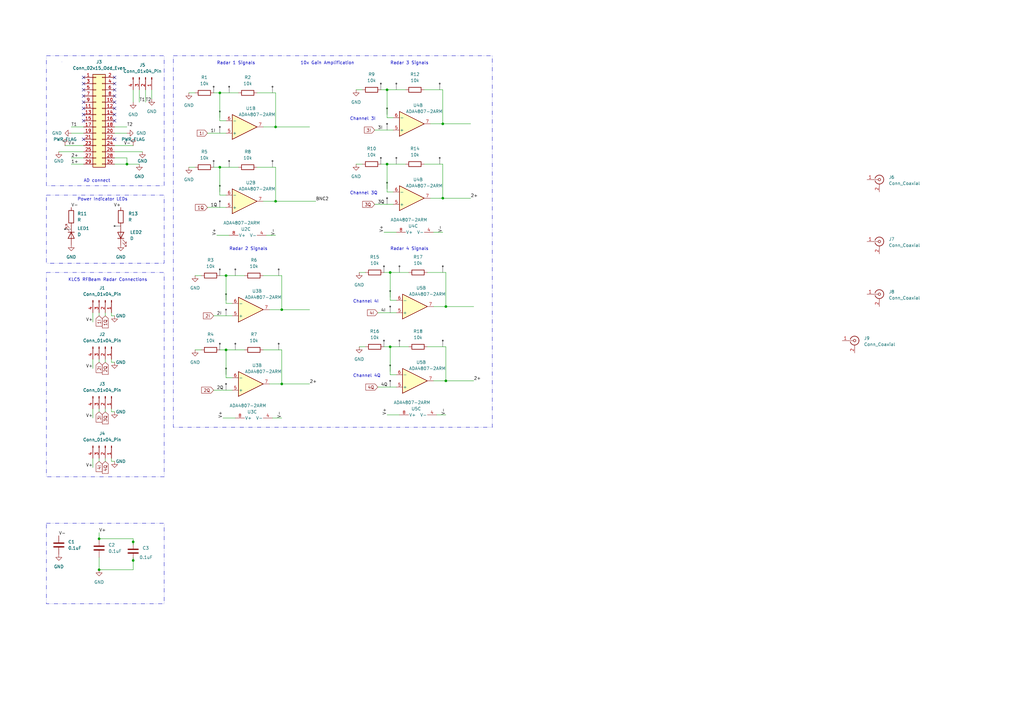
<source format=kicad_sch>
(kicad_sch (version 20230121) (generator eeschema)
  (paper "A3")
  (lib_symbols
    (symbol "Amplifier_Operational:ADA4807-2ARM" (pin_names (offset 0.127))
      (property "Reference" "U" (at 0 5.08 0))
      (property "Value" "ADA4807-2ARM" (at 0 -5.08 0))
      (symbol "ADA4807-2ARM_1_1"
        (polyline (pts (xy -5.08 5.08) (xy 5.08 0) (xy -5.08 -5.08) (xy -5.08 5.08)) (stroke (width 0.254)) (fill (type background)))
        (pin output line (at 7.62 0 180) (length 2.54) (name "~") (number "1"))
        (pin input line (at -7.62 -2.54 0) (length 2.54) (name "-") (number "2"))
        (pin input line (at -7.62 2.54 0) (length 2.54) (name "+") (number "3"))
      )
      (symbol "ADA4807-2ARM_2_1"
        (polyline (pts (xy -5.08 5.08) (xy 5.08 0) (xy -5.08 -5.08) (xy -5.08 5.08)) (stroke (width 0.254)) (fill (type background)))
        (pin input line (at -7.62 2.54 0) (length 2.54) (name "+") (number "5"))
        (pin input line (at -7.62 -2.54 0) (length 2.54) (name "-") (number "6"))
        (pin output line (at 7.62 0 180) (length 2.54) (name "~") (number "7"))
      )
      (symbol "ADA4807-2ARM_3_1"
        (pin power_in line (at -2.54 -7.62 90) (length 3.81) (name "V-") (number "4"))
        (pin power_in line (at -2.54 7.62 270) (length 3.81) (name "V+") (number "8"))
      )
    )
    (symbol "Connector:Conn_01x04_Pin" (pin_names (offset 1.016) hide)
      (property "Reference" "J" (at 0 5.08 0))
      (property "Value" "Conn_01x04_Pin" (at 0 -7.62 0))
      (symbol "Conn_01x04_Pin_1_1"
        (polyline (pts (xy 1.27 -5.08) (xy 0.8636 -5.08)) (stroke (width 0.1524)))
        (polyline (pts (xy 1.27 -2.54) (xy 0.8636 -2.54)) (stroke (width 0.1524)))
        (polyline (pts (xy 1.27 0) (xy 0.8636 0)) (stroke (width 0.1524)))
        (polyline (pts (xy 1.27 2.54) (xy 0.8636 2.54)) (stroke (width 0.1524)))
        (rectangle (start 0.8636 -4.953) (end 0 -5.207) (stroke (width 0.1524)) (fill (type outline)))
        (rectangle (start 0.8636 -2.413) (end 0 -2.667) (stroke (width 0.1524)) (fill (type outline)))
        (rectangle (start 0.8636 0.127) (end 0 -0.127) (stroke (width 0.1524)) (fill (type outline)))
        (rectangle (start 0.8636 2.667) (end 0 2.413) (stroke (width 0.1524)) (fill (type outline)))
        (pin passive line (at 5.08 2.54 180) (length 3.81) (name "Pin_1") (number "1"))
        (pin passive line (at 5.08 0 180) (length 3.81) (name "Pin_2") (number "2"))
        (pin passive line (at 5.08 -2.54 180) (length 3.81) (name "Pin_3") (number "3"))
        (pin passive line (at 5.08 -5.08 180) (length 3.81) (name "Pin_4") (number "4"))
      )
    )
    (symbol "Connector:Conn_Coaxial" (pin_names (offset 1.016) hide)
      (property "Reference" "J" (at 0.254 3.048 0))
      (property "Value" "Conn_Coaxial" (at 2.921 0 90))
      (symbol "Conn_Coaxial_0_1"
        (arc (start -1.778 -0.508) (mid 0.2311 -1.8066) (end 1.778 0) (stroke (width 0.254)))
        (polyline (pts (xy -2.54 0) (xy -0.508 0)))
        (polyline (pts (xy 0 -2.54) (xy 0 -1.778)))
        (circle (center 0 0) (radius 0.508) (stroke (width 0.2032)))
        (arc (start 1.778 0) (mid 0.2099 1.8101) (end -1.778 0.508) (stroke (width 0.254)))
      )
      (symbol "Conn_Coaxial_1_1"
        (pin passive line (at -5.08 0 0) (length 2.54) (name "In") (number "1"))
        (pin passive line (at 0 -5.08 90) (length 2.54) (name "Ext") (number "2"))
      )
    )
    (symbol "Connector_Generic:Conn_02x15_Odd_Even" (pin_names (offset 1.016) hide)
      (property "Reference" "J" (at 1.27 20.32 0))
      (property "Value" "Conn_02x15_Odd_Even" (at 1.27 -20.32 0))
      (symbol "Conn_02x15_Odd_Even_1_1"
        (rectangle (start -1.27 -17.653) (end 0 -17.907) (stroke (width 0.1524)))
        (rectangle (start -1.27 -15.113) (end 0 -15.367) (stroke (width 0.1524)))
        (rectangle (start -1.27 -12.573) (end 0 -12.827) (stroke (width 0.1524)))
        (rectangle (start -1.27 -10.033) (end 0 -10.287) (stroke (width 0.1524)))
        (rectangle (start -1.27 -7.493) (end 0 -7.747) (stroke (width 0.1524)))
        (rectangle (start -1.27 -4.953) (end 0 -5.207) (stroke (width 0.1524)))
        (rectangle (start -1.27 -2.413) (end 0 -2.667) (stroke (width 0.1524)))
        (rectangle (start -1.27 0.127) (end 0 -0.127) (stroke (width 0.1524)))
        (rectangle (start -1.27 2.667) (end 0 2.413) (stroke (width 0.1524)))
        (rectangle (start -1.27 5.207) (end 0 4.953) (stroke (width 0.1524)))
        (rectangle (start -1.27 7.747) (end 0 7.493) (stroke (width 0.1524)))
        (rectangle (start -1.27 10.287) (end 0 10.033) (stroke (width 0.1524)))
        (rectangle (start -1.27 12.827) (end 0 12.573) (stroke (width 0.1524)))
        (rectangle (start -1.27 15.367) (end 0 15.113) (stroke (width 0.1524)))
        (rectangle (start -1.27 17.907) (end 0 17.653) (stroke (width 0.1524)))
        (rectangle (start -1.27 19.05) (end 3.81 -19.05) (stroke (width 0.254)) (fill (type background)))
        (rectangle (start 3.81 -17.653) (end 2.54 -17.907) (stroke (width 0.1524)))
        (rectangle (start 3.81 -15.113) (end 2.54 -15.367) (stroke (width 0.1524)))
        (rectangle (start 3.81 -12.573) (end 2.54 -12.827) (stroke (width 0.1524)))
        (rectangle (start 3.81 -10.033) (end 2.54 -10.287) (stroke (width 0.1524)))
        (rectangle (start 3.81 -7.493) (end 2.54 -7.747) (stroke (width 0.1524)))
        (rectangle (start 3.81 -4.953) (end 2.54 -5.207) (stroke (width 0.1524)))
        (rectangle (start 3.81 -2.413) (end 2.54 -2.667) (stroke (width 0.1524)))
        (rectangle (start 3.81 0.127) (end 2.54 -0.127) (stroke (width 0.1524)))
        (rectangle (start 3.81 2.667) (end 2.54 2.413) (stroke (width 0.1524)))
        (rectangle (start 3.81 5.207) (end 2.54 4.953) (stroke (width 0.1524)))
        (rectangle (start 3.81 7.747) (end 2.54 7.493) (stroke (width 0.1524)))
        (rectangle (start 3.81 10.287) (end 2.54 10.033) (stroke (width 0.1524)))
        (rectangle (start 3.81 12.827) (end 2.54 12.573) (stroke (width 0.1524)))
        (rectangle (start 3.81 15.367) (end 2.54 15.113) (stroke (width 0.1524)))
        (rectangle (start 3.81 17.907) (end 2.54 17.653) (stroke (width 0.1524)))
        (pin passive line (at -5.08 17.78 0) (length 3.81) (name "Pin_1") (number "1"))
        (pin passive line (at 7.62 7.62 180) (length 3.81) (name "Pin_10") (number "10"))
        (pin passive line (at -5.08 5.08 0) (length 3.81) (name "Pin_11") (number "11"))
        (pin passive line (at 7.62 5.08 180) (length 3.81) (name "Pin_12") (number "12"))
        (pin passive line (at -5.08 2.54 0) (length 3.81) (name "Pin_13") (number "13"))
        (pin passive line (at 7.62 2.54 180) (length 3.81) (name "Pin_14") (number "14"))
        (pin passive line (at -5.08 0 0) (length 3.81) (name "Pin_15") (number "15"))
        (pin passive line (at 7.62 0 180) (length 3.81) (name "Pin_16") (number "16"))
        (pin passive line (at -5.08 -2.54 0) (length 3.81) (name "Pin_17") (number "17"))
        (pin passive line (at 7.62 -2.54 180) (length 3.81) (name "Pin_18") (number "18"))
        (pin passive line (at -5.08 -5.08 0) (length 3.81) (name "Pin_19") (number "19"))
        (pin passive line (at 7.62 17.78 180) (length 3.81) (name "Pin_2") (number "2"))
        (pin passive line (at 7.62 -5.08 180) (length 3.81) (name "Pin_20") (number "20"))
        (pin passive line (at -5.08 -7.62 0) (length 3.81) (name "Pin_21") (number "21"))
        (pin passive line (at 7.62 -7.62 180) (length 3.81) (name "Pin_22") (number "22"))
        (pin passive line (at -5.08 -10.16 0) (length 3.81) (name "Pin_23") (number "23"))
        (pin passive line (at 7.62 -10.16 180) (length 3.81) (name "Pin_24") (number "24"))
        (pin passive line (at -5.08 -12.7 0) (length 3.81) (name "Pin_25") (number "25"))
        (pin passive line (at 7.62 -12.7 180) (length 3.81) (name "Pin_26") (number "26"))
        (pin passive line (at -5.08 -15.24 0) (length 3.81) (name "Pin_27") (number "27"))
        (pin passive line (at 7.62 -15.24 180) (length 3.81) (name "Pin_28") (number "28"))
        (pin passive line (at -5.08 -17.78 0) (length 3.81) (name "Pin_29") (number "29"))
        (pin passive line (at -5.08 15.24 0) (length 3.81) (name "Pin_3") (number "3"))
        (pin passive line (at 7.62 -17.78 180) (length 3.81) (name "Pin_30") (number "30"))
        (pin passive line (at 7.62 15.24 180) (length 3.81) (name "Pin_4") (number "4"))
        (pin passive line (at -5.08 12.7 0) (length 3.81) (name "Pin_5") (number "5"))
        (pin passive line (at 7.62 12.7 180) (length 3.81) (name "Pin_6") (number "6"))
        (pin passive line (at -5.08 10.16 0) (length 3.81) (name "Pin_7") (number "7"))
        (pin passive line (at 7.62 10.16 180) (length 3.81) (name "Pin_8") (number "8"))
        (pin passive line (at -5.08 7.62 0) (length 3.81) (name "Pin_9") (number "9"))
      )
    )
    (symbol "Device:C" (pin_numbers hide) (pin_names (offset 0.254))
      (property "Reference" "C" (at 0.635 2.54 0))
      (property "Value" "C" (at 0.635 -2.54 0))
      (symbol "C_0_1"
        (polyline (pts (xy -2.032 -0.762) (xy 2.032 -0.762)) (stroke (width 0.508)))
        (polyline (pts (xy -2.032 0.762) (xy 2.032 0.762)) (stroke (width 0.508)))
      )
      (symbol "C_1_1"
        (pin passive line (at 0 3.81 270) (length 2.794) (name "~") (number "1"))
        (pin passive line (at 0 -3.81 90) (length 2.794) (name "~") (number "2"))
      )
    )
    (symbol "Device:LED" (pin_numbers hide) (pin_names (offset 1.016) hide)
      (property "Reference" "D" (at 0 2.54 0))
      (property "Value" "LED" (at 0 -2.54 0))
      (symbol "LED_0_1"
        (polyline (pts (xy -1.27 -1.27) (xy -1.27 1.27)) (stroke (width 0.254)))
        (polyline (pts (xy -1.27 0) (xy 1.27 0)))
        (polyline (pts (xy 1.27 -1.27) (xy 1.27 1.27) (xy -1.27 0) (xy 1.27 -1.27)) (stroke (width 0.254)))
        (polyline (pts (xy -3.048 -0.762) (xy -4.572 -2.286) (xy -3.81 -2.286) (xy -4.572 -2.286) (xy -4.572 -1.524)))
        (polyline (pts (xy -1.778 -0.762) (xy -3.302 -2.286) (xy -2.54 -2.286) (xy -3.302 -2.286) (xy -3.302 -1.524)))
      )
      (symbol "LED_1_1"
        (pin passive line (at -3.81 0 0) (length 2.54) (name "K") (number "1"))
        (pin passive line (at 3.81 0 180) (length 2.54) (name "A") (number "2"))
      )
    )
    (symbol "Device:R" (pin_numbers hide) (pin_names (offset 0))
      (property "Reference" "R" (at 2.032 0 90))
      (property "Value" "R" (at 0 0 90))
      (symbol "R_0_1"
        (rectangle (start -1.016 -2.54) (end 1.016 2.54) (stroke (width 0.254)))
      )
      (symbol "R_1_1"
        (pin passive line (at 0 3.81 270) (length 1.27) (name "~") (number "1"))
        (pin passive line (at 0 -3.81 90) (length 1.27) (name "~") (number "2"))
      )
    )
    (symbol "power:GND" (power) (pin_names (offset 0))
      (property "Value" "GND" (at 0 -3.81 0))
      (symbol "GND_0_1"
        (polyline (pts (xy 0 0) (xy 0 -1.27) (xy 1.27 -1.27) (xy 0 -2.54) (xy -1.27 -1.27) (xy 0 -1.27)))
      )
      (symbol "GND_1_1"
        (pin power_in line (at 0 0 270) (length 0) hide (name "GND") (number "1"))
      )
    )
    (symbol "power:PWR_FLAG" (power) (pin_numbers hide) (pin_names (offset 0) hide)
      (property "Value" "PWR_FLAG" (at 0 3.81 0))
      (symbol "PWR_FLAG_0_0"
        (pin power_out line (at 0 0 90) (length 0) (name "pwr") (number "1"))
      )
      (symbol "PWR_FLAG_0_1"
        (polyline (pts (xy 0 0) (xy 0 1.27) (xy -1.016 1.905) (xy 0 2.54) (xy 1.016 1.905) (xy 0 1.27)))
      )
    )
  )
  (junction (at 90.17 38.1))
  (junction (at 160.02 142.24))
  (junction (at 181.61 50.8))
  (junction (at 92.71 113.03))
  (junction (at 182.88 156.21))
  (junction (at 52.07 67.31))
  (junction (at 113.03 52.07))
  (junction (at 90.17 68.58))
  (junction (at 182.88 125.73))
  (junction (at 158.75 67.31))
  (junction (at 115.57 157.48))
  (junction (at 181.61 81.28))
  (junction (at 113.03 82.55))
  (junction (at 54.61 222.25))
  (junction (at 160.02 111.76))
  (junction (at 158.75 36.83))
  (junction (at 54.61 229.87))
  (junction (at 115.57 127))
  (junction (at 40.64 220.98))
  (junction (at 40.64 233.68))
  (junction (at 92.71 143.51))
  (no_connect (at 46.99 46.99))
  (no_connect (at 34.29 41.91))
  (no_connect (at 46.99 31.75))
  (no_connect (at 34.29 36.83))
  (no_connect (at 34.29 31.75))
  (no_connect (at 34.29 44.45))
  (no_connect (at 34.29 34.29))
  (no_connect (at 34.29 49.53))
  (no_connect (at 46.99 44.45))
  (no_connect (at 34.29 57.15))
  (no_connect (at 46.99 57.15))
  (no_connect (at 46.99 41.91))
  (no_connect (at 46.99 39.37))
  (no_connect (at 34.29 46.99))
  (no_connect (at 46.99 49.53))
  (no_connect (at 34.29 39.37))
  (no_connect (at 46.99 34.29))
  (no_connect (at 46.99 36.83))
  (wire (pts (xy 177.8 125.73) (xy 182.88 125.73)))
  (wire (pts (xy 107.95 52.07) (xy 113.03 52.07)))
  (wire (pts (xy 38.1 147.32) (xy 38.1 151.13)))
  (wire (pts (xy 115.57 113.03) (xy 115.57 127)))
  (wire (pts (xy 158.75 36.83) (xy 166.37 36.83)))
  (wire (pts (xy 43.18 148.59) (xy 43.18 147.32)))
  (wire (pts (xy 177.8 95.25) (xy 181.61 95.25)))
  (wire (pts (xy 113.03 82.55) (xy 129.54 82.55)))
  (wire (pts (xy 160.02 111.76) (xy 167.64 111.76)))
  (wire (pts (xy 46.99 189.23) (xy 45.72 189.23)))
  (wire (pts (xy 181.61 50.8) (xy 193.04 50.8)))
  (wire (pts (xy 158.75 170.18) (xy 163.83 170.18)))
  (wire (pts (xy 157.48 142.24) (xy 160.02 142.24)))
  (wire (pts (xy 54.61 36.83) (xy 54.61 41.91)))
  (wire (pts (xy 154.94 128.27) (xy 162.56 128.27)))
  (wire (pts (xy 156.21 36.83) (xy 158.75 36.83)))
  (wire (pts (xy 107.95 82.55) (xy 113.03 82.55)))
  (wire (pts (xy 45.72 148.59) (xy 45.72 147.32)))
  (wire (pts (xy 40.64 233.68) (xy 40.64 228.6)))
  (wire (pts (xy 87.63 38.1) (xy 90.17 38.1)))
  (wire (pts (xy 109.22 96.52) (xy 113.03 96.52)))
  (wire (pts (xy 158.75 67.31) (xy 166.37 67.31)))
  (wire (pts (xy 162.56 123.19) (xy 160.02 123.19)))
  (wire (pts (xy 156.21 67.31) (xy 158.75 67.31)))
  (wire (pts (xy 54.61 228.6) (xy 54.61 229.87)))
  (wire (pts (xy 181.61 81.28) (xy 193.04 81.28)))
  (wire (pts (xy 113.03 38.1) (xy 113.03 52.07)))
  (wire (pts (xy 90.17 38.1) (xy 90.17 49.53)))
  (wire (pts (xy 46.99 64.77) (xy 52.07 64.77)))
  (wire (pts (xy 40.64 189.23) (xy 40.64 187.96)))
  (wire (pts (xy 45.72 189.23) (xy 45.72 187.96)))
  (wire (pts (xy 92.71 113.03) (xy 92.71 124.46)))
  (wire (pts (xy 160.02 142.24) (xy 167.64 142.24)))
  (wire (pts (xy 111.76 171.45) (xy 115.57 171.45)))
  (wire (pts (xy 160.02 111.76) (xy 160.02 123.19)))
  (wire (pts (xy 45.72 129.54) (xy 45.72 128.27)))
  (wire (pts (xy 148.59 67.31) (xy 146.05 67.31)))
  (wire (pts (xy 80.01 38.1) (xy 77.47 38.1)))
  (wire (pts (xy 29.21 54.61) (xy 34.29 54.61)))
  (wire (pts (xy 59.69 36.83) (xy 59.69 41.91)))
  (wire (pts (xy 113.03 68.58) (xy 113.03 82.55)))
  (wire (pts (xy 52.07 67.31) (xy 57.15 67.31)))
  (wire (pts (xy 46.99 67.31) (xy 52.07 67.31)))
  (wire (pts (xy 87.63 129.54) (xy 95.25 129.54)))
  (wire (pts (xy 29.21 52.07) (xy 34.29 52.07)))
  (wire (pts (xy 176.53 50.8) (xy 181.61 50.8)))
  (wire (pts (xy 46.99 59.69) (xy 54.61 59.69)))
  (wire (pts (xy 107.95 113.03) (xy 115.57 113.03)))
  (wire (pts (xy 43.18 189.23) (xy 43.18 187.96)))
  (wire (pts (xy 46.99 168.91) (xy 45.72 168.91)))
  (wire (pts (xy 57.15 36.83) (xy 57.15 41.91)))
  (wire (pts (xy 105.41 38.1) (xy 113.03 38.1)))
  (wire (pts (xy 40.64 148.59) (xy 40.64 147.32)))
  (wire (pts (xy 173.99 67.31) (xy 181.61 67.31)))
  (wire (pts (xy 91.44 171.45) (xy 96.52 171.45)))
  (wire (pts (xy 62.23 36.83) (xy 62.23 40.64)))
  (wire (pts (xy 82.55 143.51) (xy 80.01 143.51)))
  (wire (pts (xy 45.72 168.91) (xy 45.72 167.64)))
  (wire (pts (xy 82.55 113.03) (xy 80.01 113.03)))
  (wire (pts (xy 113.03 52.07) (xy 127 52.07)))
  (wire (pts (xy 40.64 218.44) (xy 40.64 220.98)))
  (wire (pts (xy 90.17 38.1) (xy 97.79 38.1)))
  (wire (pts (xy 110.49 157.48) (xy 115.57 157.48)))
  (wire (pts (xy 161.29 48.26) (xy 158.75 48.26)))
  (wire (pts (xy 161.29 78.74) (xy 158.75 78.74)))
  (wire (pts (xy 176.53 81.28) (xy 181.61 81.28)))
  (wire (pts (xy 181.61 67.31) (xy 181.61 81.28)))
  (wire (pts (xy 154.94 158.75) (xy 162.56 158.75)))
  (wire (pts (xy 40.64 168.91) (xy 40.64 167.64)))
  (wire (pts (xy 54.61 222.25) (xy 54.61 223.52)))
  (wire (pts (xy 149.86 111.76) (xy 147.32 111.76)))
  (wire (pts (xy 54.61 229.87) (xy 54.61 233.68)))
  (wire (pts (xy 153.67 53.34) (xy 161.29 53.34)))
  (wire (pts (xy 177.8 156.21) (xy 182.88 156.21)))
  (wire (pts (xy 29.21 67.31) (xy 34.29 67.31)))
  (wire (pts (xy 175.26 111.76) (xy 182.88 111.76)))
  (wire (pts (xy 182.88 142.24) (xy 182.88 156.21)))
  (wire (pts (xy 90.17 143.51) (xy 92.71 143.51)))
  (wire (pts (xy 148.59 36.83) (xy 146.05 36.83)))
  (wire (pts (xy 162.56 153.67) (xy 160.02 153.67)))
  (wire (pts (xy 95.25 124.46) (xy 92.71 124.46)))
  (wire (pts (xy 46.99 54.61) (xy 52.07 54.61)))
  (wire (pts (xy 87.63 160.02) (xy 95.25 160.02)))
  (wire (pts (xy 92.71 113.03) (xy 100.33 113.03)))
  (wire (pts (xy 157.48 111.76) (xy 160.02 111.76)))
  (wire (pts (xy 24.13 62.23) (xy 34.29 62.23)))
  (wire (pts (xy 38.1 167.64) (xy 38.1 171.45)))
  (wire (pts (xy 182.88 111.76) (xy 182.88 125.73)))
  (wire (pts (xy 46.99 148.59) (xy 45.72 148.59)))
  (wire (pts (xy 179.07 170.18) (xy 182.88 170.18)))
  (wire (pts (xy 173.99 36.83) (xy 181.61 36.83)))
  (wire (pts (xy 182.88 156.21) (xy 194.31 156.21)))
  (wire (pts (xy 158.75 67.31) (xy 158.75 78.74)))
  (wire (pts (xy 157.48 95.25) (xy 162.56 95.25)))
  (wire (pts (xy 175.26 142.24) (xy 182.88 142.24)))
  (wire (pts (xy 46.99 62.23) (xy 58.42 62.23)))
  (wire (pts (xy 92.71 143.51) (xy 100.33 143.51)))
  (wire (pts (xy 115.57 157.48) (xy 127 157.48)))
  (wire (pts (xy 54.61 220.98) (xy 54.61 222.25)))
  (wire (pts (xy 40.64 233.68) (xy 54.61 233.68)))
  (wire (pts (xy 90.17 113.03) (xy 92.71 113.03)))
  (wire (pts (xy 149.86 142.24) (xy 147.32 142.24)))
  (wire (pts (xy 181.61 36.83) (xy 181.61 50.8)))
  (wire (pts (xy 52.07 64.77) (xy 52.07 67.31)))
  (wire (pts (xy 46.99 52.07) (xy 52.07 52.07)))
  (wire (pts (xy 40.64 220.98) (xy 54.61 220.98)))
  (wire (pts (xy 85.09 85.09) (xy 92.71 85.09)))
  (wire (pts (xy 87.63 68.58) (xy 90.17 68.58)))
  (wire (pts (xy 29.21 64.77) (xy 34.29 64.77)))
  (wire (pts (xy 88.9 96.52) (xy 93.98 96.52)))
  (wire (pts (xy 107.95 143.51) (xy 115.57 143.51)))
  (wire (pts (xy 182.88 125.73) (xy 194.31 125.73)))
  (wire (pts (xy 85.09 54.61) (xy 92.71 54.61)))
  (wire (pts (xy 43.18 129.54) (xy 43.18 128.27)))
  (wire (pts (xy 80.01 68.58) (xy 77.47 68.58)))
  (wire (pts (xy 92.71 143.51) (xy 92.71 154.94)))
  (wire (pts (xy 38.1 187.96) (xy 38.1 191.77)))
  (wire (pts (xy 92.71 49.53) (xy 90.17 49.53)))
  (wire (pts (xy 153.67 83.82) (xy 161.29 83.82)))
  (wire (pts (xy 92.71 80.01) (xy 90.17 80.01)))
  (wire (pts (xy 160.02 142.24) (xy 160.02 153.67)))
  (wire (pts (xy 110.49 127) (xy 115.57 127)))
  (wire (pts (xy 105.41 68.58) (xy 113.03 68.58)))
  (wire (pts (xy 115.57 143.51) (xy 115.57 157.48)))
  (wire (pts (xy 46.99 129.54) (xy 45.72 129.54)))
  (wire (pts (xy 40.64 129.54) (xy 40.64 128.27)))
  (wire (pts (xy 43.18 168.91) (xy 43.18 167.64)))
  (wire (pts (xy 26.67 59.69) (xy 34.29 59.69)))
  (wire (pts (xy 38.1 128.27) (xy 38.1 132.08)))
  (wire (pts (xy 158.75 36.83) (xy 158.75 48.26)))
  (wire (pts (xy 115.57 127) (xy 127 127)))
  (wire (pts (xy 90.17 68.58) (xy 90.17 80.01)))
  (wire (pts (xy 95.25 154.94) (xy 92.71 154.94)))
  (wire (pts (xy 90.17 68.58) (xy 97.79 68.58)))
  (rectangle (start 19.05 22.86) (end 67.31 76.2) (stroke (width 0) (type dash_dot_dot)))
  (rectangle (start 25.4 25.4) (end 25.4 25.4))
  (rectangle (start 71.12 22.86) (end 201.93 175.26) (stroke (width 0) (type dash_dot_dot)))
  (rectangle (start 19.05 214.63) (end 67.31 247.65) (stroke (width 0) (type dash_dot_dot)))
  (rectangle (start 19.05 80.01) (end 67.31 107.95) (stroke (width 0) (type dash_dot_dot)))
  (rectangle (start 19.05 111.76) (end 67.31 195.58) (stroke (width 0) (type dash_dot_dot)))
  (text "AD connect" (at 34.29 74.93 0) (effects (font (size 1.27 1.27)) (justify left bottom)))
  (text "Radar 2 Signals" (at 93.98 102.87 0) (effects (font (size 1.27 1.27)) (justify left bottom)))
  (text "Channel 3Q" (at 143.51 80.01 0) (effects (font (size 1.27 1.27)) (justify left bottom)))
  (text "Radar 3 Signals" (at 160.02 26.67 0) (effects (font (size 1.27 1.27)) (justify left bottom)))
  (text "Radar 1 Signals" (at 88.9 26.67 0) (effects (font (size 1.27 1.27)) (justify left bottom)))
  (text "Radar 4 Signals" (at 160.02 102.87 0) (effects (font (size 1.27 1.27)) (justify left bottom)))
  (text "Channel 4I" (at 144.78 124.46 0) (effects (font (size 1.27 1.27)) (justify left bottom)))
  (text "Power Indicator LEDs" (at 31.75 82.55 0) (effects (font (size 1.27 1.27)) (justify left bottom)))
  (text "Channel 4Q" (at 144.78 154.94 0) (effects (font (size 1.27 1.27)) (justify left bottom)))
  (text "10x Gain Amplification" (at 123.19 26.67 0) (effects (font (size 1.27 1.27)) (justify left bottom)))
  (text "KLC5 RFBeam Radar Connections" (at 27.94 115.57 0) (effects (font (size 1.27 1.27)) (justify left bottom)))
  (text "Channel 3I" (at 143.51 49.53 0) (effects (font (size 1.27 1.27)) (justify left bottom)))
  (label "V-" (at 113.03 96.52 90))
  (label "V+" (at 38.1 151.13 180))
  (label "2+" (at 127 157.48 0))
  (label "2+" (at 193.04 81.28 0))
  (label "T2" (at 59.69 41.91 0))
  (label "4I" (at 156.21 128.27 0))
  (label "V-" (at 50.8 59.69 0))
  (label "V+" (at 38.1 191.77 180))
  (label "4Q" (at 156.21 158.75 0))
  (label "BNC2" (at 129.54 82.55 0))
  (label "V+" (at 158.75 170.18 90))
  (label "T2" (at 52.07 52.07 0))
  (label "1Q" (at 86.36 85.09 0))
  (label "1I" (at 86.36 54.61 0))
  (label "1+" (at 29.21 67.31 0))
  (label "V+" (at 157.48 95.25 90))
  (label "V+" (at 88.9 96.52 90))
  (label "V+" (at 49.53 85.09 180))
  (label "V-" (at 115.57 171.45 90))
  (label "3Q" (at 154.94 83.82 0))
  (label "V+" (at 40.64 218.44 0))
  (label "2I" (at 88.9 129.54 0))
  (label "3I" (at 154.94 53.34 0))
  (label "V+" (at 91.44 171.45 90))
  (label "T1" (at 29.21 52.07 0))
  (label "V+" (at 27.94 59.69 0))
  (label "V-" (at 181.61 95.25 90))
  (label "2+" (at 194.31 156.21 0))
  (label "2Q" (at 88.9 160.02 0))
  (label "V+" (at 38.1 132.08 180))
  (label "V-" (at 24.13 219.71 0))
  (label "T1" (at 57.15 41.91 0))
  (label "V-" (at 182.88 170.18 90))
  (label "V-" (at 29.21 85.09 0))
  (label "V+" (at 38.1 171.45 180))
  (label "2+" (at 29.21 64.77 0))
  (global_label "1Q" (shape input) (at 85.09 85.09 180) (property "Intersheetrefs" "${INTERSHEET_REFS}" (effects hide)))
  (global_label "4Q" (shape input) (at 154.94 158.75 180) (property "Intersheetrefs" "${INTERSHEET_REFS}" (effects hide)))
  (global_label "2I" (shape input) (at 87.63 129.54 180) (property "Intersheetrefs" "${INTERSHEET_REFS}" (effects hide)))
  (global_label "3I" (shape input) (at 153.67 53.34 180) (property "Intersheetrefs" "${INTERSHEET_REFS}" (effects hide)))
  (global_label "4I" (shape input) (at 40.64 189.23 270) (property "Intersheetrefs" "${INTERSHEET_REFS}" (effects hide)))
  (global_label "1I" (shape input) (at 40.64 129.54 270) (property "Intersheetrefs" "${INTERSHEET_REFS}" (effects hide)))
  (global_label "4Q" (shape input) (at 43.18 189.23 270) (property "Intersheetrefs" "${INTERSHEET_REFS}" (effects hide)))
  (global_label "3Q" (shape input) (at 153.67 83.82 180) (property "Intersheetrefs" "${INTERSHEET_REFS}" (effects hide)))
  (global_label "2I" (shape input) (at 40.64 148.59 270) (property "Intersheetrefs" "${INTERSHEET_REFS}" (effects hide)))
  (global_label "2Q" (shape input) (at 87.63 160.02 180) (property "Intersheetrefs" "${INTERSHEET_REFS}" (effects hide)))
  (global_label "1Q" (shape input) (at 43.18 129.54 270) (property "Intersheetrefs" "${INTERSHEET_REFS}" (effects hide)))
  (global_label "1I" (shape input) (at 85.09 54.61 180) (property "Intersheetrefs" "${INTERSHEET_REFS}" (effects hide)))
  (global_label "3I" (shape input) (at 40.64 168.91 270) (property "Intersheetrefs" "${INTERSHEET_REFS}" (effects hide)))
  (global_label "2Q" (shape input) (at 43.18 148.59 270) (property "Intersheetrefs" "${INTERSHEET_REFS}" (effects hide)))
  (global_label "4I" (shape input) (at 154.94 128.27 180) (property "Intersheetrefs" "${INTERSHEET_REFS}" (effects hide)))
  (global_label "3Q" (shape input) (at 43.18 168.91 270) (property "Intersheetrefs" "${INTERSHEET_REFS}" (effects hide)))
  (netclass_flag "" (length 2.54) (shape dot) (at 158.75 83.82 0) (property "Netclass" "signal" (effects hide)))
  (netclass_flag "" (length 2.54) (shape dot) (at 111.76 38.1 0) (property "Netclass" "signal" (effects hide)))
  (netclass_flag "" (length 2.54) (shape dot) (at 180.34 36.83 0) (property "Netclass" "signal" (effects hide)))
  (netclass_flag "" (length 2.54) (shape dot) (at 92.71 129.54 0) (property "Netclass" "signal" (effects hide)))
  (netclass_flag "" (length 2.54) (shape dot) (at 87.63 68.58 0) (property "Netclass" "signal" (effects hide)))
  (netclass_flag "" (length 2.54) (shape dot) (at 162.56 67.31 0) (property "Netclass" "signal" (effects hide)))
  (netclass_flag "" (length 2.54) (shape dot) (at 90.17 48.26 0) (property "Netclass" "signal" (effects hide)))
  (netclass_flag "" (length 2.54) (shape dot) (at 114.3 113.03 0) (property "Netclass" "signal" (effects hide)))
  (netclass_flag "" (length 2.54) (shape dot) (at 96.52 143.51 0) (property "Netclass" "signal" (effects hide)))
  (netclass_flag "" (length 2.54) (shape dot) (at 93.98 38.1 0) (property "Netclass" "signal" (effects hide)))
  (netclass_flag "" (length 2.54) (shape dot) (at 160.02 128.27 0) (property "Netclass" "signal" (effects hide)))
  (netclass_flag "" (length 2.54) (shape dot) (at 90.17 113.03 0) (property "Netclass" "signal" (effects hide)))
  (netclass_flag "" (length 2.54) (shape dot) (at 29.21 93.98 90) (property "Netclass" "signal" (effects hide)))
  (netclass_flag "" (length 2.54) (shape dot) (at 158.75 53.34 0) (property "Netclass" "signal" (effects hide)))
  (netclass_flag "" (length 2.54) (shape dot) (at 92.71 123.19 0) (property "Netclass" "signal" (effects hide)))
  (netclass_flag "" (length 2.54) (shape dot) (at 180.34 67.31 0) (property "Netclass" "signal" (effects hide)))
  (netclass_flag "" (length 2.54) (shape dot) (at 92.71 153.67 0) (property "Netclass" "signal" (effects hide)))
  (netclass_flag "" (length 2.54) (shape dot) (at 96.52 113.03 0) (property "Netclass" "signal" (effects hide)))
  (netclass_flag "" (length 2.54) (shape dot) (at 160.02 152.4 0) (property "Netclass" "signal" (effects hide)))
  (netclass_flag "" (length 2.54) (shape dot) (at 92.71 160.02 0) (property "Netclass" "signal" (effects hide)))
  (netclass_flag "" (length 2.54) (shape dot) (at 156.21 36.83 0) (property "Netclass" "signal" (effects hide)))
  (netclass_flag "" (length 2.54) (shape dot) (at 90.17 143.51 0) (property "Netclass" "signal" (effects hide)))
  (netclass_flag "" (length 2.54) (shape dot) (at 90.17 54.61 0) (property "Netclass" "signal" (effects hide)))
  (netclass_flag "" (length 2.54) (shape dot) (at 158.75 77.47 0) (property "Netclass" "signal" (effects hide)))
  (netclass_flag "" (length 2.54) (shape dot) (at 163.83 142.24 0) (property "Netclass" "signal" (effects hide)))
  (netclass_flag "" (length 2.54) (shape dot) (at 158.75 46.99 0) (property "Netclass" "signal" (effects hide)))
  (netclass_flag "" (length 2.54) (shape dot) (at 93.98 68.58 0) (property "Netclass" "signal" (effects hide)))
  (netclass_flag "" (length 2.54) (shape dot) (at 90.17 78.74 0) (property "Netclass" "signal" (effects hide)))
  (netclass_flag "" (length 2.54) (shape dot) (at 87.63 38.1 0) (property "Netclass" "signal" (effects hide)))
  (netclass_flag "" (length 2.54) (shape dot) (at 181.61 111.76 0) (property "Netclass" "signal" (effects hide)))
  (netclass_flag "" (length 2.54) (shape dot) (at 181.61 142.24 0) (property "Netclass" "signal" (effects hide)))
  (netclass_flag "" (length 2.54) (shape dot) (at 114.3 143.51 0) (property "Netclass" "signal" (effects hide)))
  (netclass_flag "" (length 2.54) (shape dot) (at 156.21 67.31 0) (property "Netclass" "signal" (effects hide)))
  (netclass_flag "" (length 2.54) (shape dot) (at 163.83 111.76 0) (property "Netclass" "signal" (effects hide)))
  (netclass_flag "" (length 2.54) (shape dot) (at 157.48 142.24 0) (property "Netclass" "signal" (effects hide)))
  (netclass_flag "" (length 2.54) (shape dot) (at 49.53 92.71 90) (property "Netclass" "signal" (effects hide)))
  (netclass_flag "" (length 2.54) (shape dot) (at 160.02 158.75 0) (property "Netclass" "signal" (effects hide)))
  (netclass_flag "" (length 2.54) (shape dot) (at 160.02 121.92 0) (property "Netclass" "signal" (effects hide)))
  (netclass_flag "" (length 2.54) (shape dot) (at 162.56 36.83 0) (property "Netclass" "signal" (effects hide)))
  (netclass_flag "" (length 2.54) (shape dot) (at 90.17 85.09 0) (property "Netclass" "signal" (effects hide)))
  (netclass_flag "" (length 2.54) (shape dot) (at 111.76 68.58 0) (property "Netclass" "signal" (effects hide)))
  (netclass_flag "" (length 2.54) (shape dot) (at 157.48 111.76 0) (property "Netclass" "signal" (effects hide)))
  (symbol (lib_id "Connector:Conn_01x04_Pin") (at 59.69 31.75 270) (unit 1)
    (property "Reference" "J5" (at 58.42 26.67 90))
    (property "Value" "Conn_01x04_Pin" (at 58.42 29.21 90))
    (property "Footprint" "Connector_PinHeader_2.54mm:PinHeader_1x04_P2.54mm_Horizontal" (effects hide))
  )
  (symbol (lib_id "power:GND") (at 80.01 113.03 0) (unit 1)
    (property "Reference" "#PWR04" (effects hide))
    (property "Value" "GND" (at 80.01 118.11 0))
  )
  (symbol (lib_id "power:GND") (at 58.42 62.23 0) (unit 1)
    (property "Reference" "#PWR017" (effects hide))
    (property "Value" "GND" (at 58.42 66.04 0))
  )
  (symbol (lib_id "power:PWR_FLAG") (at 26.67 59.69 0) (unit 1)
    (property "Reference" "#FLG02" (effects hide))
    (property "Value" "PWR_FLAG" (at 26.67 57.15 0))
  )
  (symbol (lib_id "power:GND") (at 80.01 143.51 0) (unit 1)
    (property "Reference" "#PWR05" (effects hide))
    (property "Value" "GND" (at 80.01 148.59 0))
  )
  (symbol (lib_id "Device:LED") (at 49.53 96.52 90) (unit 1)
    (property "Reference" "LED2" (at 53.34 95.25 90) (effects (justify right)))
    (property "Value" "D" (at 53.34 97.79 90) (effects (justify right)))
    (property "Footprint" "Resistor_SMD:R_0805_2012Metric_Pad1.20x1.40mm_HandSolder" (effects hide))
  )
  (symbol (lib_id "Device:R") (at 152.4 67.31 90) (unit 1)
    (property "Reference" "R10" (at 152.4 60.96 90))
    (property "Value" "10k" (at 152.4 63.5 90))
    (property "Footprint" "Resistor_SMD:R_0805_2012Metric_Pad1.20x1.40mm_HandSolder" (effects hide))
  )
  (symbol (lib_id "Device:R") (at 83.82 68.58 90) (unit 1)
    (property "Reference" "R5" (at 83.82 62.23 90))
    (property "Value" "10k" (at 83.82 64.77 90))
    (property "Footprint" "Resistor_SMD:R_0805_2012Metric_Pad1.20x1.40mm_HandSolder" (effects hide))
  )
  (symbol (lib_id "power:GND") (at 29.21 100.33 0) (unit 1)
    (property "Reference" "#PWR09" (effects hide))
    (property "Value" "GND" (at 29.21 105.41 0))
  )
  (symbol (lib_id "Connector:Conn_Coaxial") (at 350.52 139.7 0) (unit 1)
    (property "Reference" "J9" (at 354.33 138.7232 0) (effects (justify left)))
    (property "Value" "Conn_Coaxial" (at 354.33 141.2632 0) (effects (justify left)))
    (property "Datasheet" " ~" (effects hide))
  )
  (symbol (lib_id "Connector:Conn_Coaxial") (at 360.68 99.06 0) (unit 1)
    (property "Reference" "J7" (at 364.49 98.0832 0) (effects (justify left)))
    (property "Value" "Conn_Coaxial" (at 364.49 100.6232 0) (effects (justify left)))
    (property "Datasheet" " ~" (effects hide))
  )
  (symbol (lib_id "Amplifier_Operational:ADA4807-2ARM") (at 168.91 81.28 0) (mirror x) (unit 2)
    (property "Reference" "U4" (at 171.45 73.66 0))
    (property "Value" "ADA4807-2ARM" (at 173.99 76.2 0))
    (property "Footprint" "Package_SO:MSOP-8_3x3mm_P0.65mm" (effects hide))
    (property "Datasheet" "https://www.analog.com/media/en/technical-documentation/data-sheets/ADA4807-1_4807-2_4807-4.pdf" (effects hide))
  )
  (symbol (lib_id "Device:R") (at 101.6 38.1 90) (unit 1)
    (property "Reference" "R2" (at 101.6 31.75 90))
    (property "Value" "10k" (at 101.6 34.29 90))
    (property "Footprint" "Resistor_SMD:R_0805_2012Metric_Pad1.20x1.40mm_HandSolder" (effects hide))
  )
  (symbol (lib_id "Device:R") (at 104.14 143.51 90) (unit 1)
    (property "Reference" "R7" (at 104.14 137.16 90))
    (property "Value" "10k" (at 104.14 139.7 90))
    (property "Footprint" "Resistor_SMD:R_0805_2012Metric_Pad1.20x1.40mm_HandSolder" (effects hide))
  )
  (symbol (lib_id "power:GND") (at 147.32 142.24 0) (unit 1)
    (property "Reference" "#PWR023" (effects hide))
    (property "Value" "GND" (at 147.32 147.32 0))
  )
  (symbol (lib_id "Amplifier_Operational:ADA4807-2ARM") (at 104.14 168.91 90) (unit 3)
    (property "Reference" "U3" (at 105.41 168.91 90) (effects (justify left)))
    (property "Value" "ADA4807-2ARM" (at 109.22 166.37 90) (effects (justify left)))
    (property "Footprint" "Package_SO:MSOP-8_3x3mm_P0.65mm" (effects hide))
    (property "Datasheet" "https://www.analog.com/media/en/technical-documentation/data-sheets/ADA4807-1_4807-2_4807-4.pdf" (effects hide))
  )
  (symbol (lib_id "Device:R") (at 29.21 88.9 180) (unit 1)
    (property "Reference" "R11" (at 31.75 87.63 0) (effects (justify right)))
    (property "Value" "R" (at 31.75 90.17 0) (effects (justify right)))
    (property "Footprint" "Resistor_SMD:R_0805_2012Metric_Pad1.20x1.40mm_HandSolder" (effects hide))
  )
  (symbol (lib_id "Device:C") (at 54.61 226.06 0) (unit 1)
    (property "Reference" "C3" (at 58.42 224.79 0) (effects (justify left)))
    (property "Value" "0.1uF" (at 57.15 228.6 0) (effects (justify left)))
    (property "Footprint" "Capacitor_SMD:C_0805_2012Metric_Pad1.18x1.45mm_HandSolder" (effects hide))
  )
  (symbol (lib_id "Amplifier_Operational:ADA4807-2ARM") (at 168.91 50.8 0) (mirror x) (unit 2)
    (property "Reference" "U4" (at 171.45 43.18 0))
    (property "Value" "ADA4807-2ARM" (at 173.99 45.72 0))
    (property "Footprint" "Package_SO:MSOP-8_3x3mm_P0.65mm" (effects hide))
    (property "Datasheet" "https://www.analog.com/media/en/technical-documentation/data-sheets/ADA4807-1_4807-2_4807-4.pdf" (effects hide))
  )
  (symbol (lib_id "Device:R") (at 83.82 38.1 90) (unit 1)
    (property "Reference" "R1" (at 83.82 31.75 90))
    (property "Value" "10k" (at 83.82 34.29 90))
    (property "Footprint" "Resistor_SMD:R_0805_2012Metric_Pad1.20x1.40mm_HandSolder" (effects hide))
  )
  (symbol (lib_id "power:GND") (at 52.07 54.61 90) (unit 1)
    (property "Reference" "#PWR014" (effects hide))
    (property "Value" "GND" (at 55.88 54.61 90) (effects (justify right)))
  )
  (symbol (lib_id "Amplifier_Operational:ADA4807-2ARM") (at 170.18 156.21 0) (mirror x) (unit 2)
    (property "Reference" "U5" (at 172.72 148.59 0))
    (property "Value" "ADA4807-2ARM" (at 175.26 151.13 0))
    (property "Footprint" "Package_SO:MSOP-8_3x3mm_P0.65mm" (effects hide))
    (property "Datasheet" "https://www.analog.com/media/en/technical-documentation/data-sheets/ADA4807-1_4807-2_4807-4.pdf" (effects hide))
  )
  (symbol (lib_id "power:GND") (at 147.32 111.76 0) (unit 1)
    (property "Reference" "#PWR022" (effects hide))
    (property "Value" "GND" (at 147.32 116.84 0))
  )
  (symbol (lib_id "Device:R") (at 153.67 142.24 90) (unit 1)
    (property "Reference" "R16" (at 153.67 135.89 90))
    (property "Value" "10k" (at 153.67 138.43 90))
    (property "Footprint" "Resistor_SMD:R_0805_2012Metric_Pad1.20x1.40mm_HandSolder" (effects hide))
  )
  (symbol (lib_id "Amplifier_Operational:ADA4807-2ARM") (at 171.45 167.64 90) (unit 3)
    (property "Reference" "U5" (at 172.72 167.64 90) (effects (justify left)))
    (property "Value" "ADA4807-2ARM" (at 176.53 165.1 90) (effects (justify left)))
    (property "Footprint" "Package_SO:MSOP-8_3x3mm_P0.65mm" (effects hide))
    (property "Datasheet" "https://www.analog.com/media/en/technical-documentation/data-sheets/ADA4807-1_4807-2_4807-4.pdf" (effects hide))
  )
  (symbol (lib_id "Connector:Conn_01x04_Pin") (at 43.18 123.19 270) (unit 1)
    (property "Reference" "J1" (at 41.91 118.11 90))
    (property "Value" "Conn_01x04_Pin" (at 41.91 120.65 90))
    (property "Footprint" "Connector_PinHeader_2.54mm:PinHeader_1x04_P2.54mm_Horizontal" (effects hide))
  )
  (symbol (lib_id "Device:C") (at 24.13 223.52 0) (unit 1)
    (property "Reference" "C1" (at 27.94 222.25 0) (effects (justify left)))
    (property "Value" "0.1uF" (at 27.94 224.79 0) (effects (justify left)))
    (property "Footprint" "Capacitor_SMD:C_0805_2012Metric_Pad1.18x1.45mm_HandSolder" (effects hide))
  )
  (symbol (lib_id "power:GND") (at 146.05 36.83 0) (unit 1)
    (property "Reference" "#PWR020" (effects hide))
    (property "Value" "GND" (at 146.05 41.91 0))
  )
  (symbol (lib_id "power:GND") (at 29.21 54.61 270) (unit 1)
    (property "Reference" "#PWR08" (effects hide))
    (property "Value" "GND" (at 25.4 54.61 90) (effects (justify right)))
  )
  (symbol (lib_id "power:GND") (at 24.13 62.23 0) (unit 1)
    (property "Reference" "#PWR07" (effects hide))
    (property "Value" "GND" (at 24.13 66.04 0))
  )
  (symbol (lib_id "Connector:Conn_01x04_Pin") (at 43.18 162.56 270) (unit 1)
    (property "Reference" "J3" (at 41.91 157.48 90))
    (property "Value" "Conn_01x04_Pin" (at 41.91 160.02 90))
    (property "Footprint" "Connector_PinHeader_2.54mm:PinHeader_1x04_P2.54mm_Horizontal" (effects hide))
  )
  (symbol (lib_id "Device:R") (at 152.4 36.83 90) (unit 1)
    (property "Reference" "R9" (at 152.4 30.48 90))
    (property "Value" "10k" (at 152.4 33.02 90))
    (property "Footprint" "Resistor_SMD:R_0805_2012Metric_Pad1.20x1.40mm_HandSolder" (effects hide))
  )
  (symbol (lib_id "Device:R") (at 171.45 142.24 90) (unit 1)
    (property "Reference" "R18" (at 171.45 135.89 90))
    (property "Value" "10k" (at 171.45 138.43 90))
    (property "Footprint" "Resistor_SMD:R_0805_2012Metric_Pad1.20x1.40mm_HandSolder" (effects hide))
  )
  (symbol (lib_id "power:GND") (at 62.23 40.64 0) (unit 1)
    (property "Reference" "#PWR018" (effects hide))
    (property "Value" "GND" (at 62.23 45.72 0))
  )
  (symbol (lib_id "power:GND") (at 24.13 227.33 0) (unit 1)
    (property "Reference" "#PWR010" (effects hide))
    (property "Value" "GND" (at 24.13 232.41 0))
  )
  (symbol (lib_id "Device:R") (at 104.14 113.03 90) (unit 1)
    (property "Reference" "R6" (at 104.14 106.68 90))
    (property "Value" "10k" (at 104.14 109.22 90))
    (property "Footprint" "Resistor_SMD:R_0805_2012Metric_Pad1.20x1.40mm_HandSolder" (effects hide))
  )
  (symbol (lib_id "Connector:Conn_Coaxial") (at 360.68 73.66 0) (unit 1)
    (property "Reference" "J6" (at 364.49 72.6832 0) (effects (justify left)))
    (property "Value" "Conn_Coaxial" (at 364.49 75.2232 0) (effects (justify left)))
    (property "Datasheet" " ~" (effects hide))
  )
  (symbol (lib_id "power:GND") (at 46.99 189.23 0) (unit 1)
    (property "Reference" "#PWR019" (effects hide))
    (property "Value" "GND" (at 49.53 189.23 0))
  )
  (symbol (lib_id "Amplifier_Operational:ADA4807-2ARM") (at 170.18 125.73 0) (mirror x) (unit 2)
    (property "Reference" "U5" (at 172.72 118.11 0))
    (property "Value" "ADA4807-2ARM" (at 175.26 120.65 0))
    (property "Footprint" "Package_SO:MSOP-8_3x3mm_P0.65mm" (effects hide))
    (property "Datasheet" "https://www.analog.com/media/en/technical-documentation/data-sheets/ADA4807-1_4807-2_4807-4.pdf" (effects hide))
  )
  (symbol (lib_id "power:GND") (at 146.05 67.31 0) (unit 1)
    (property "Reference" "#PWR021" (effects hide))
    (property "Value" "GND" (at 146.05 72.39 0))
  )
  (symbol (lib_id "Connector_Generic:Conn_02x15_Odd_Even") (at 39.37 49.53 0) (unit 1)
    (property "Reference" "J3" (at 40.64 25.4 0))
    (property "Value" "Conn_02x15_Odd_Even" (at 40.64 27.94 0))
    (property "Footprint" "Connector_PinSocket_2.54mm:PinSocket_2x15_P2.54mm_Vertical" (effects hide))
  )
  (symbol (lib_id "power:PWR_FLAG") (at 54.61 59.69 0) (unit 1)
    (property "Reference" "#FLG03" (effects hide))
    (property "Value" "PWR_FLAG" (at 54.61 57.15 0))
  )
  (symbol (lib_id "Device:R") (at 49.53 88.9 0) (unit 1)
    (property "Reference" "R13" (at 54.61 87.63 0))
    (property "Value" "R" (at 53.34 90.17 0))
    (property "Footprint" "Resistor_SMD:R_0805_2012Metric_Pad1.20x1.40mm_HandSolder" (effects hide))
  )
  (symbol (lib_id "power:GND") (at 46.99 129.54 0) (unit 1)
    (property "Reference" "#PWR012" (effects hide))
    (property "Value" "GND" (at 49.53 129.54 0))
  )
  (symbol (lib_id "Amplifier_Operational:ADA4807-2ARM") (at 102.87 157.48 0) (mirror x) (unit 2)
    (property "Reference" "U3" (at 105.41 149.86 0))
    (property "Value" "ADA4807-2ARM" (at 107.95 152.4 0))
    (property "Footprint" "Package_SO:MSOP-8_3x3mm_P0.65mm" (effects hide))
    (property "Datasheet" "https://www.analog.com/media/en/technical-documentation/data-sheets/ADA4807-1_4807-2_4807-4.pdf" (effects hide))
  )
  (symbol (lib_id "Connector:Conn_01x04_Pin") (at 43.18 142.24 270) (unit 1)
    (property "Reference" "J2" (at 41.91 137.16 90))
    (property "Value" "Conn_01x04_Pin" (at 41.91 139.7 90))
    (property "Footprint" "Connector_PinHeader_2.54mm:PinHeader_1x04_P2.54mm_Horizontal" (effects hide))
  )
  (symbol (lib_id "Device:R") (at 171.45 111.76 90) (unit 1)
    (property "Reference" "R17" (at 171.45 105.41 90))
    (property "Value" "10k" (at 171.45 107.95 90))
    (property "Footprint" "Resistor_SMD:R_0805_2012Metric_Pad1.20x1.40mm_HandSolder" (effects hide))
  )
  (symbol (lib_id "Amplifier_Operational:ADA4807-2ARM") (at 100.33 82.55 0) (mirror x) (unit 2)
    (property "Reference" "U2" (at 102.87 74.93 0))
    (property "Value" "ADA4807-2ARM" (at 105.41 77.47 0))
    (property "Footprint" "Package_SO:MSOP-8_3x3mm_P0.65mm" (effects hide))
    (property "Datasheet" "https://www.analog.com/media/en/technical-documentation/data-sheets/ADA4807-1_4807-2_4807-4.pdf" (effects hide))
  )
  (symbol (lib_id "Connector:Conn_01x04_Pin") (at 43.18 182.88 270) (unit 1)
    (property "Reference" "J4" (at 41.91 177.8 90))
    (property "Value" "Conn_01x04_Pin" (at 41.91 180.34 90))
    (property "Footprint" "Connector_PinHeader_2.54mm:PinHeader_1x04_P2.54mm_Horizontal" (effects hide))
  )
  (symbol (lib_id "Device:R") (at 153.67 111.76 90) (unit 1)
    (property "Reference" "R15" (at 153.67 105.41 90))
    (property "Value" "10k" (at 153.67 107.95 90))
    (property "Footprint" "Resistor_SMD:R_0805_2012Metric_Pad1.20x1.40mm_HandSolder" (effects hide))
  )
  (symbol (lib_id "power:GND") (at 77.47 38.1 0) (unit 1)
    (property "Reference" "#PWR01" (effects hide))
    (property "Value" "GND" (at 77.47 43.18 0))
  )
  (symbol (lib_id "Device:R") (at 170.18 67.31 90) (unit 1)
    (property "Reference" "R14" (at 170.18 60.96 90))
    (property "Value" "10k" (at 170.18 63.5 90))
    (property "Footprint" "Resistor_SMD:R_0805_2012Metric_Pad1.20x1.40mm_HandSolder" (effects hide))
  )
  (symbol (lib_id "power:GND") (at 57.15 67.31 0) (unit 1)
    (property "Reference" "#PWR016" (effects hide))
    (property "Value" "GND" (at 57.15 72.39 0))
  )
  (symbol (lib_id "power:GND") (at 46.99 148.59 0) (unit 1)
    (property "Reference" "#PWR03" (effects hide))
    (property "Value" "GND" (at 49.53 148.59 0))
  )
  (symbol (lib_id "Amplifier_Operational:ADA4807-2ARM") (at 100.33 52.07 0) (mirror x) (unit 2)
    (property "Reference" "U1" (at 102.87 44.45 0))
    (property "Value" "ADA4807-2ARM" (at 105.41 46.99 0))
    (property "Footprint" "Package_SO:MSOP-8_3x3mm_P0.65mm" (effects hide))
    (property "Datasheet" "https://www.analog.com/media/en/technical-documentation/data-sheets/ADA4807-1_4807-2_4807-4.pdf" (effects hide))
  )
  (symbol (lib_id "Amplifier_Operational:ADA4807-2ARM") (at 102.87 127 0) (mirror x) (unit 2)
    (property "Reference" "U3" (at 105.41 119.38 0))
    (property "Value" "ADA4807-2ARM" (at 107.95 121.92 0))
    (property "Footprint" "Package_SO:MSOP-8_3x3mm_P0.65mm" (effects hide))
    (property "Datasheet" "https://www.analog.com/media/en/technical-documentation/data-sheets/ADA4807-1_4807-2_4807-4.pdf" (effects hide))
  )
  (symbol (lib_id "Device:R") (at 86.36 143.51 90) (unit 1)
    (property "Reference" "R4" (at 86.36 137.16 90))
    (property "Value" "10k" (at 86.36 139.7 90))
    (property "Footprint" "Resistor_SMD:R_0805_2012Metric_Pad1.20x1.40mm_HandSolder" (effects hide))
  )
  (symbol (lib_id "Device:R") (at 86.36 113.03 90) (unit 1)
    (property "Reference" "R3" (at 86.36 106.68 90))
    (property "Value" "10k" (at 86.36 109.22 90))
    (property "Footprint" "Resistor_SMD:R_0805_2012Metric_Pad1.20x1.40mm_HandSolder" (effects hide))
  )
  (symbol (lib_id "Connector:Conn_Coaxial") (at 360.68 120.65 0) (unit 1)
    (property "Reference" "J8" (at 364.49 119.6732 0) (effects (justify left)))
    (property "Value" "Conn_Coaxial" (at 364.49 122.2132 0) (effects (justify left)))
    (property "Datasheet" " ~" (effects hide))
  )
  (symbol (lib_id "Amplifier_Operational:ADA4807-2ARM") (at 101.6 93.98 90) (unit 3)
    (property "Reference" "U2" (at 102.87 93.98 90) (effects (justify left)))
    (property "Value" "ADA4807-2ARM" (at 106.68 91.44 90) (effects (justify left)))
    (property "Footprint" "Package_SO:MSOP-8_3x3mm_P0.65mm" (effects hide))
    (property "Datasheet" "https://www.analog.com/media/en/technical-documentation/data-sheets/ADA4807-1_4807-2_4807-4.pdf" (effects hide))
  )
  (symbol (lib_id "Device:R") (at 101.6 68.58 90) (unit 1)
    (property "Reference" "R8" (at 101.6 62.23 90))
    (property "Value" "10k" (at 101.6 64.77 90))
    (property "Footprint" "Resistor_SMD:R_0805_2012Metric_Pad1.20x1.40mm_HandSolder" (effects hide))
  )
  (symbol (lib_id "Device:LED") (at 29.21 96.52 270) (unit 1)
    (property "Reference" "LED1" (at 31.75 93.6625 90) (effects (justify left)))
    (property "Value" "D" (at 31.75 96.2025 90) (effects (justify left)))
    (property "Footprint" "Resistor_SMD:R_0805_2012Metric_Pad1.20x1.40mm_HandSolder" (effects hide))
    (property "Sim.Device" "D" (effects hide))
    (property "Sim.Pins" "1=K 2=A" (effects hide))
  )
  (symbol (lib_id "Device:R") (at 170.18 36.83 90) (unit 1)
    (property "Reference" "R12" (at 170.18 30.48 90))
    (property "Value" "10k" (at 170.18 33.02 90))
    (property "Footprint" "Resistor_SMD:R_0805_2012Metric_Pad1.20x1.40mm_HandSolder" (effects hide))
  )
  (symbol (lib_id "power:GND") (at 54.61 41.91 0) (unit 1)
    (property "Reference" "#PWR015" (effects hide))
    (property "Value" "GND" (at 54.61 46.99 0))
  )
  (symbol (lib_id "power:GND") (at 46.99 168.91 0) (unit 1)
    (property "Reference" "#PWR06" (effects hide))
    (property "Value" "GND" (at 49.53 168.91 0))
  )
  (symbol (lib_id "Amplifier_Operational:ADA4807-2ARM") (at 170.18 92.71 90) (unit 3)
    (property "Reference" "U4" (at 171.45 92.71 90) (effects (justify left)))
    (property "Value" "ADA4807-2ARM" (at 175.26 90.17 90) (effects (justify left)))
    (property "Footprint" "Package_SO:MSOP-8_3x3mm_P0.65mm" (effects hide))
    (property "Datasheet" "https://www.analog.com/media/en/technical-documentation/data-sheets/ADA4807-1_4807-2_4807-4.pdf" (effects hide))
  )
  (symbol (lib_id "Device:C") (at 40.64 224.79 0) (unit 1)
    (property "Reference" "C2" (at 44.45 223.52 0) (effects (justify left)))
    (property "Value" "0.1uF" (at 44.45 226.06 0) (effects (justify left)))
    (property "Footprint" "Capacitor_SMD:C_0805_2012Metric_Pad1.18x1.45mm_HandSolder" (effects hide))
  )
  (symbol (lib_id "power:GND") (at 77.47 68.58 0) (unit 1)
    (property "Reference" "#PWR02" (effects hide))
    (property "Value" "GND" (at 77.47 73.66 0))
  )
  (symbol (lib_id "power:GND") (at 49.53 100.33 0) (unit 1)
    (property "Reference" "#PWR013" (effects hide))
    (property "Value" "GND" (at 49.53 105.41 0))
  )
  (symbol (lib_id "power:GND") (at 40.64 233.68 0) (unit 1)
    (property "Reference" "#PWR011" (effects hide))
    (property "Value" "GND" (at 40.64 238.76 0))
  )
)
</source>
